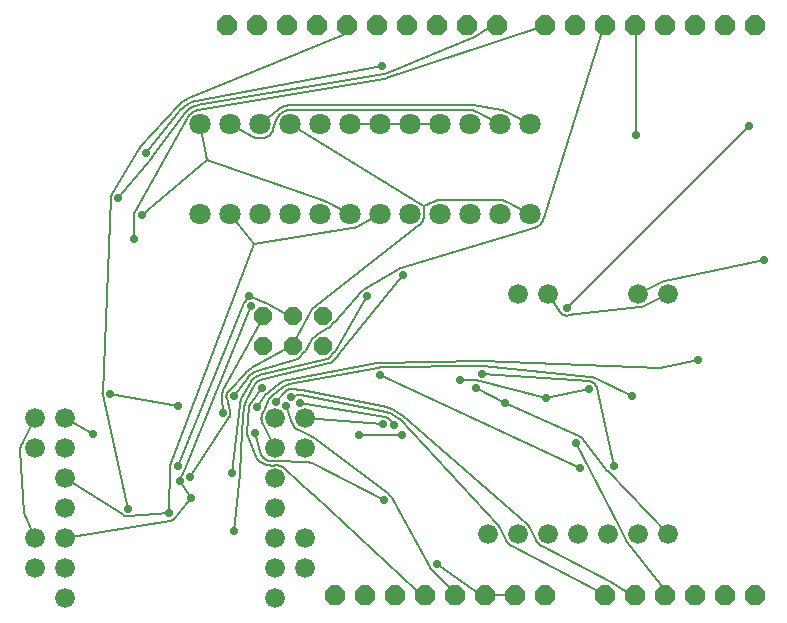
<source format=gbl>
G75*
%MOIN*%
%OFA0B0*%
%FSLAX25Y25*%
%IPPOS*%
%LPD*%
%AMOC8*
5,1,8,0,0,1.08239X$1,22.5*
%
%ADD10OC8,0.06600*%
%ADD11C,0.06600*%
%ADD12OC8,0.05937*%
%ADD13C,0.07087*%
%ADD14C,0.00800*%
%ADD15C,0.02775*%
%ADD16C,0.00600*%
D10*
X0126500Y0015000D03*
X0136500Y0015000D03*
X0146500Y0015000D03*
X0156500Y0015000D03*
X0166500Y0015000D03*
X0176500Y0015000D03*
X0186500Y0015000D03*
X0196500Y0015000D03*
X0216500Y0015000D03*
X0226500Y0015000D03*
X0236500Y0015000D03*
X0246500Y0015000D03*
X0256500Y0015000D03*
X0266500Y0015000D03*
X0266500Y0205000D03*
X0256500Y0205000D03*
X0246500Y0205000D03*
X0236500Y0205000D03*
X0226500Y0205000D03*
X0216500Y0205000D03*
X0206500Y0205000D03*
X0196500Y0205000D03*
X0180500Y0205000D03*
X0170500Y0205000D03*
X0160500Y0205000D03*
X0150500Y0205000D03*
X0140500Y0205000D03*
X0130500Y0205000D03*
X0120500Y0205000D03*
X0110500Y0205000D03*
X0100500Y0205000D03*
X0090500Y0205000D03*
D11*
X0026500Y0024000D03*
X0036500Y0024000D03*
X0036500Y0014000D03*
X0036500Y0034000D03*
X0026500Y0034000D03*
X0036500Y0044000D03*
X0036500Y0054000D03*
X0036500Y0064000D03*
X0026500Y0064000D03*
X0026500Y0074000D03*
X0036500Y0074000D03*
X0106500Y0074000D03*
X0106500Y0064000D03*
X0116500Y0064000D03*
X0116500Y0074000D03*
X0106500Y0054000D03*
X0106500Y0044000D03*
X0106500Y0034000D03*
X0116500Y0034000D03*
X0116500Y0024000D03*
X0106500Y0024000D03*
X0106500Y0014000D03*
X0177500Y0035500D03*
X0187500Y0035500D03*
X0197500Y0035500D03*
X0207500Y0035500D03*
X0217500Y0035500D03*
X0227500Y0035500D03*
X0237500Y0035500D03*
X0237500Y0115500D03*
X0227500Y0115500D03*
X0197500Y0115500D03*
X0187500Y0115500D03*
D12*
X0122500Y0108000D03*
X0112500Y0108000D03*
X0102500Y0108000D03*
X0102500Y0098000D03*
X0112500Y0098000D03*
X0122500Y0098000D03*
D13*
X0121500Y0142000D03*
X0111500Y0142000D03*
X0101500Y0142000D03*
X0091500Y0142000D03*
X0081500Y0142000D03*
X0081500Y0172000D03*
X0091500Y0172000D03*
X0101500Y0172000D03*
X0111500Y0172000D03*
X0121500Y0172000D03*
X0131500Y0172000D03*
X0141500Y0172000D03*
X0151500Y0172000D03*
X0161500Y0172000D03*
X0171500Y0172000D03*
X0181500Y0172000D03*
X0191500Y0172000D03*
X0191500Y0142000D03*
X0181500Y0142000D03*
X0171500Y0142000D03*
X0161500Y0142000D03*
X0151500Y0142000D03*
X0141500Y0142000D03*
X0131500Y0142000D03*
D14*
X0123750Y0146176D01*
X0123067Y0146477D02*
X0083726Y0160241D01*
X0062045Y0141615D01*
X0059795Y0142873D02*
X0059750Y0142790D01*
X0059709Y0142705D01*
X0059671Y0142619D01*
X0059635Y0142532D01*
X0059604Y0142443D01*
X0059575Y0142353D01*
X0059550Y0142262D01*
X0059528Y0142171D01*
X0059509Y0142078D01*
X0059494Y0141985D01*
X0059482Y0141892D01*
X0059474Y0141798D01*
X0059469Y0141704D01*
X0059467Y0141610D01*
X0059485Y0133619D01*
X0059795Y0142872D02*
X0077359Y0174313D01*
X0076378Y0175742D02*
X0065616Y0161010D01*
X0065527Y0160895D02*
X0054354Y0147284D01*
X0052145Y0148614D02*
X0052095Y0148528D01*
X0052049Y0148441D01*
X0052006Y0148351D01*
X0051967Y0148260D01*
X0051931Y0148168D01*
X0051899Y0148074D01*
X0051870Y0147979D01*
X0051846Y0147883D01*
X0051824Y0147786D01*
X0051807Y0147689D01*
X0051793Y0147591D01*
X0051783Y0147492D01*
X0051777Y0147393D01*
X0051778Y0147393D02*
X0049024Y0082359D01*
X0049082Y0081696D02*
X0057421Y0043856D01*
X0057618Y0041286D02*
X0057521Y0041280D01*
X0057424Y0041278D01*
X0057327Y0041280D01*
X0057231Y0041285D01*
X0057134Y0041294D01*
X0057038Y0041307D01*
X0056943Y0041323D01*
X0056848Y0041343D01*
X0056754Y0041366D01*
X0056661Y0041393D01*
X0056569Y0041423D01*
X0056478Y0041457D01*
X0056388Y0041494D01*
X0056300Y0041534D01*
X0056214Y0041578D01*
X0056129Y0041625D01*
X0056046Y0041675D01*
X0036500Y0054000D01*
X0021502Y0063405D02*
X0021520Y0063553D01*
X0021543Y0063700D01*
X0021569Y0063846D01*
X0021600Y0063992D01*
X0021633Y0064136D01*
X0021671Y0064280D01*
X0021712Y0064423D01*
X0021757Y0064565D01*
X0021806Y0064706D01*
X0021858Y0064845D01*
X0021913Y0064983D01*
X0021973Y0065119D01*
X0022035Y0065254D01*
X0022101Y0065387D01*
X0022171Y0065519D01*
X0022244Y0065648D01*
X0022320Y0065776D01*
X0022399Y0065902D01*
X0022482Y0066025D01*
X0022481Y0066025D02*
X0026500Y0074000D01*
X0036500Y0074000D02*
X0045837Y0068851D01*
X0049082Y0081696D02*
X0049063Y0081790D01*
X0049048Y0081884D01*
X0049036Y0081979D01*
X0049028Y0082074D01*
X0049023Y0082169D01*
X0049022Y0082264D01*
X0049024Y0082360D01*
X0051600Y0082250D02*
X0074098Y0078244D01*
X0088749Y0081055D02*
X0089104Y0075728D01*
X0091250Y0074299D02*
X0091303Y0074383D01*
X0091354Y0074470D01*
X0091401Y0074558D01*
X0091445Y0074648D01*
X0091485Y0074740D01*
X0091522Y0074833D01*
X0091554Y0074927D01*
X0091584Y0075023D01*
X0091609Y0075120D01*
X0091631Y0075217D01*
X0091649Y0075316D01*
X0091663Y0075415D01*
X0091673Y0075515D01*
X0091679Y0075614D01*
X0091682Y0075714D01*
X0091681Y0075815D01*
X0091675Y0075914D01*
X0091666Y0076014D01*
X0091653Y0076113D01*
X0091636Y0076212D01*
X0091615Y0076310D01*
X0091591Y0076407D01*
X0090431Y0080653D01*
X0091029Y0083086D02*
X0096715Y0089213D01*
X0097443Y0087583D02*
X0092918Y0081332D01*
X0089263Y0083357D02*
X0089204Y0083246D01*
X0089148Y0083133D01*
X0089096Y0083019D01*
X0089047Y0082903D01*
X0089001Y0082785D01*
X0088959Y0082667D01*
X0088921Y0082547D01*
X0088886Y0082426D01*
X0088855Y0082304D01*
X0088827Y0082181D01*
X0088804Y0082058D01*
X0088784Y0081933D01*
X0088767Y0081809D01*
X0088755Y0081683D01*
X0088746Y0081558D01*
X0088741Y0081432D01*
X0088740Y0081306D01*
X0088743Y0081180D01*
X0088749Y0081055D01*
X0089263Y0083357D02*
X0101270Y0105031D01*
X0101270Y0105431D01*
X0102500Y0108000D01*
X0104295Y0112027D02*
X0104254Y0112047D01*
X0104213Y0112067D01*
X0097776Y0114897D01*
X0096467Y0112800D01*
X0096265Y0112407D02*
X0074203Y0058221D01*
X0071794Y0059139D02*
X0071762Y0059051D01*
X0071734Y0058962D01*
X0071708Y0058871D01*
X0071686Y0058780D01*
X0071668Y0058688D01*
X0071652Y0058596D01*
X0071640Y0058503D01*
X0071632Y0058410D01*
X0071627Y0058316D01*
X0071038Y0042313D01*
X0057618Y0041285D01*
X0071458Y0039769D02*
X0071554Y0039787D01*
X0071649Y0039808D01*
X0071744Y0039833D01*
X0071837Y0039862D01*
X0071929Y0039894D01*
X0072020Y0039929D01*
X0072110Y0039968D01*
X0072198Y0040011D01*
X0072284Y0040056D01*
X0072369Y0040105D01*
X0072452Y0040157D01*
X0072532Y0040212D01*
X0072611Y0040270D01*
X0072687Y0040331D01*
X0072761Y0040395D01*
X0072832Y0040462D01*
X0072901Y0040531D01*
X0072967Y0040603D01*
X0073031Y0040677D01*
X0073030Y0040678D02*
X0078586Y0047445D01*
X0074837Y0053068D01*
X0075672Y0055415D01*
X0075817Y0055747D02*
X0076486Y0057024D01*
X0076591Y0057249D02*
X0098653Y0111435D01*
X0096467Y0112800D02*
X0096421Y0112725D01*
X0096378Y0112647D01*
X0096338Y0112568D01*
X0096300Y0112488D01*
X0096266Y0112407D01*
X0104295Y0112027D02*
X0109531Y0109230D01*
X0109931Y0109230D01*
X0112500Y0108000D01*
X0118469Y0109787D02*
X0113819Y0100922D01*
X0113801Y0100897D01*
X0113518Y0100614D01*
X0112500Y0098000D01*
X0109931Y0096770D01*
X0109531Y0096770D01*
X0098531Y0090639D01*
X0100437Y0089721D02*
X0114080Y0093884D01*
X0114578Y0094183D02*
X0116317Y0095922D01*
X0116524Y0096198D02*
X0118476Y0099802D01*
X0118683Y0100078D02*
X0120422Y0101817D01*
X0120698Y0102024D02*
X0124302Y0103976D01*
X0124578Y0104183D02*
X0126317Y0105922D01*
X0126373Y0105982D02*
X0135393Y0116328D01*
X0136016Y0116848D02*
X0147872Y0123913D01*
X0148452Y0124168D02*
X0192860Y0137456D01*
X0196030Y0140592D02*
X0215037Y0201730D01*
X0215062Y0201771D02*
X0215344Y0202054D01*
X0216500Y0205000D01*
X0215061Y0201771D02*
X0215051Y0201759D01*
X0215042Y0201745D01*
X0215036Y0201730D01*
X0226906Y0201700D02*
X0226906Y0168282D01*
X0191500Y0172000D02*
X0183750Y0176176D01*
X0182259Y0176682D02*
X0172515Y0178261D01*
X0171500Y0178343D02*
X0111500Y0178343D01*
X0111500Y0176743D02*
X0171500Y0176743D01*
X0173750Y0176176D02*
X0181500Y0172000D01*
X0183749Y0176175D02*
X0183633Y0176236D01*
X0183514Y0176294D01*
X0183394Y0176348D01*
X0183272Y0176399D01*
X0183149Y0176447D01*
X0183025Y0176491D01*
X0182900Y0176531D01*
X0182773Y0176569D01*
X0182646Y0176602D01*
X0182518Y0176632D01*
X0182388Y0176659D01*
X0182259Y0176682D01*
X0173750Y0176175D02*
X0173635Y0176236D01*
X0173518Y0176293D01*
X0173399Y0176346D01*
X0173279Y0176397D01*
X0173157Y0176444D01*
X0173035Y0176488D01*
X0172911Y0176528D01*
X0172786Y0176565D01*
X0172660Y0176599D01*
X0172534Y0176629D01*
X0172406Y0176656D01*
X0172278Y0176679D01*
X0172149Y0176698D01*
X0172020Y0176714D01*
X0171890Y0176727D01*
X0171761Y0176736D01*
X0171630Y0176741D01*
X0171500Y0176743D01*
X0171500Y0178343D02*
X0171646Y0178341D01*
X0171791Y0178336D01*
X0171937Y0178328D01*
X0172082Y0178316D01*
X0172226Y0178301D01*
X0172371Y0178283D01*
X0172515Y0178261D01*
X0161500Y0172000D02*
X0151500Y0172000D01*
X0141500Y0172000D01*
X0131500Y0172000D01*
X0142996Y0187173D02*
X0080712Y0176678D01*
X0080446Y0178255D02*
X0142731Y0188750D01*
X0143265Y0188901D02*
X0172315Y0200587D01*
X0172505Y0200684D02*
X0177200Y0203633D01*
X0177600Y0203633D01*
X0180500Y0205000D01*
X0172505Y0200684D02*
X0172459Y0200657D01*
X0172412Y0200632D01*
X0172364Y0200608D01*
X0172315Y0200587D01*
X0193200Y0203633D02*
X0193600Y0203633D01*
X0196500Y0205000D01*
X0193200Y0203633D02*
X0143607Y0187324D01*
X0143608Y0187324D02*
X0143487Y0187286D01*
X0143366Y0187252D01*
X0143244Y0187222D01*
X0143121Y0187196D01*
X0142997Y0187173D01*
X0142731Y0188751D02*
X0142822Y0188768D01*
X0142912Y0188788D01*
X0143002Y0188812D01*
X0143091Y0188838D01*
X0143178Y0188868D01*
X0143265Y0188901D01*
X0142302Y0191293D02*
X0080059Y0179811D01*
X0077902Y0180839D02*
X0129100Y0201678D01*
X0129133Y0201700D02*
X0129133Y0202100D01*
X0130500Y0205000D01*
X0129133Y0201700D02*
X0129123Y0201691D01*
X0129112Y0201683D01*
X0129100Y0201678D01*
X0107476Y0176904D02*
X0101500Y0172000D01*
X0099250Y0167825D02*
X0099370Y0167762D01*
X0099492Y0167703D01*
X0099616Y0167647D01*
X0099741Y0167595D01*
X0099868Y0167547D01*
X0099996Y0167502D01*
X0100125Y0167461D01*
X0100255Y0167423D01*
X0100386Y0167390D01*
X0100518Y0167360D01*
X0100651Y0167334D01*
X0100785Y0167311D01*
X0100919Y0167293D01*
X0101054Y0167278D01*
X0101189Y0167267D01*
X0101325Y0167260D01*
X0101460Y0167257D01*
X0101596Y0167258D01*
X0101731Y0167263D01*
X0101866Y0167271D01*
X0102001Y0167284D01*
X0102136Y0167300D01*
X0102270Y0167320D01*
X0102403Y0167344D01*
X0102536Y0167372D01*
X0102668Y0167403D01*
X0102799Y0167438D01*
X0102928Y0167477D01*
X0103057Y0167520D01*
X0103184Y0167566D01*
X0103310Y0167616D01*
X0103435Y0167670D01*
X0103558Y0167727D01*
X0103679Y0167787D01*
X0103799Y0167851D01*
X0103916Y0167919D01*
X0104032Y0167989D01*
X0104145Y0168063D01*
X0104257Y0168140D01*
X0104366Y0168221D01*
X0104473Y0168304D01*
X0104577Y0168391D01*
X0104679Y0168480D01*
X0104778Y0168572D01*
X0104875Y0168667D01*
X0104969Y0168765D01*
X0105060Y0168866D01*
X0105148Y0168969D01*
X0105233Y0169074D01*
X0105315Y0169182D01*
X0105394Y0169292D01*
X0105470Y0169405D01*
X0105542Y0169519D01*
X0105612Y0169636D01*
X0105677Y0169754D01*
X0105740Y0169874D01*
X0105799Y0169996D01*
X0105854Y0170120D01*
X0105906Y0170245D01*
X0105955Y0170372D01*
X0105999Y0170500D01*
X0106000Y0170500D02*
X0107000Y0173500D01*
X0107477Y0176904D02*
X0107598Y0177001D01*
X0107722Y0177095D01*
X0107848Y0177186D01*
X0107977Y0177274D01*
X0108107Y0177359D01*
X0108240Y0177441D01*
X0108374Y0177519D01*
X0108510Y0177594D01*
X0108649Y0177666D01*
X0108788Y0177734D01*
X0108930Y0177799D01*
X0109073Y0177860D01*
X0109218Y0177918D01*
X0109364Y0177972D01*
X0109511Y0178023D01*
X0109659Y0178070D01*
X0109809Y0178113D01*
X0109959Y0178153D01*
X0110111Y0178189D01*
X0110263Y0178221D01*
X0110416Y0178250D01*
X0110570Y0178274D01*
X0110724Y0178295D01*
X0110878Y0178312D01*
X0111034Y0178326D01*
X0111189Y0178335D01*
X0111344Y0178341D01*
X0111500Y0178343D01*
X0111500Y0172000D02*
X0153973Y0146048D01*
X0153991Y0146036D01*
X0156322Y0144598D01*
X0156241Y0141861D01*
X0156322Y0144598D02*
X0159250Y0146176D01*
X0161500Y0146743D02*
X0181500Y0146743D01*
X0183750Y0146176D02*
X0191500Y0142000D01*
X0196029Y0140592D02*
X0195987Y0140462D01*
X0195941Y0140333D01*
X0195891Y0140206D01*
X0195837Y0140081D01*
X0195780Y0139957D01*
X0195720Y0139834D01*
X0195656Y0139714D01*
X0195588Y0139595D01*
X0195517Y0139479D01*
X0195443Y0139364D01*
X0195366Y0139252D01*
X0195285Y0139141D01*
X0195201Y0139034D01*
X0195114Y0138928D01*
X0195024Y0138826D01*
X0194931Y0138726D01*
X0194836Y0138628D01*
X0194737Y0138534D01*
X0194636Y0138442D01*
X0194533Y0138353D01*
X0194426Y0138267D01*
X0194318Y0138185D01*
X0194207Y0138105D01*
X0194094Y0138029D01*
X0193978Y0137956D01*
X0193861Y0137886D01*
X0193741Y0137820D01*
X0193620Y0137757D01*
X0193497Y0137698D01*
X0193373Y0137642D01*
X0193246Y0137590D01*
X0193119Y0137542D01*
X0192990Y0137497D01*
X0192860Y0137456D01*
X0183750Y0146175D02*
X0183635Y0146236D01*
X0183518Y0146293D01*
X0183399Y0146346D01*
X0183279Y0146397D01*
X0183157Y0146444D01*
X0183035Y0146488D01*
X0182911Y0146528D01*
X0182786Y0146565D01*
X0182660Y0146599D01*
X0182534Y0146629D01*
X0182406Y0146656D01*
X0182278Y0146679D01*
X0182149Y0146698D01*
X0182020Y0146714D01*
X0181890Y0146727D01*
X0181761Y0146736D01*
X0181630Y0146741D01*
X0181500Y0146743D01*
X0161500Y0146743D02*
X0161370Y0146741D01*
X0161240Y0146736D01*
X0161110Y0146727D01*
X0160980Y0146714D01*
X0160851Y0146698D01*
X0160722Y0146679D01*
X0160594Y0146656D01*
X0160467Y0146629D01*
X0160340Y0146599D01*
X0160214Y0146565D01*
X0160090Y0146528D01*
X0159966Y0146488D01*
X0159843Y0146444D01*
X0159722Y0146397D01*
X0159602Y0146347D01*
X0159483Y0146293D01*
X0159366Y0146236D01*
X0159251Y0146176D01*
X0156241Y0141860D02*
X0156235Y0141726D01*
X0156225Y0141591D01*
X0156212Y0141457D01*
X0156195Y0141324D01*
X0156173Y0141191D01*
X0156149Y0141058D01*
X0156120Y0140927D01*
X0156088Y0140796D01*
X0156052Y0140666D01*
X0156012Y0140537D01*
X0155969Y0140410D01*
X0155922Y0140284D01*
X0155871Y0140159D01*
X0155817Y0140035D01*
X0155759Y0139914D01*
X0155698Y0139793D01*
X0155634Y0139675D01*
X0155566Y0139559D01*
X0155495Y0139444D01*
X0155421Y0139332D01*
X0155344Y0139221D01*
X0155263Y0139113D01*
X0155180Y0139008D01*
X0155093Y0138904D01*
X0155004Y0138803D01*
X0154912Y0138705D01*
X0154817Y0138610D01*
X0154719Y0138517D01*
X0154619Y0138427D01*
X0154516Y0138340D01*
X0154411Y0138255D01*
X0154411Y0138256D02*
X0120534Y0111916D01*
X0120422Y0111817D02*
X0118683Y0110078D01*
X0118641Y0110034D01*
X0118602Y0109988D01*
X0118565Y0109940D01*
X0118530Y0109891D01*
X0118498Y0109840D01*
X0118469Y0109787D01*
X0120422Y0111817D02*
X0120458Y0111851D01*
X0120495Y0111884D01*
X0120534Y0111916D01*
X0126373Y0105982D02*
X0126346Y0105952D01*
X0126317Y0105922D01*
X0124577Y0104183D02*
X0124536Y0104143D01*
X0124492Y0104106D01*
X0124447Y0104070D01*
X0124400Y0104037D01*
X0124351Y0104005D01*
X0124301Y0103977D01*
X0120699Y0102023D02*
X0120649Y0101995D01*
X0120600Y0101963D01*
X0120553Y0101930D01*
X0120508Y0101894D01*
X0120464Y0101857D01*
X0120423Y0101817D01*
X0118683Y0100078D02*
X0118643Y0100037D01*
X0118606Y0099993D01*
X0118570Y0099948D01*
X0118537Y0099901D01*
X0118505Y0099852D01*
X0118477Y0099802D01*
X0116523Y0096198D02*
X0116495Y0096148D01*
X0116463Y0096099D01*
X0116430Y0096052D01*
X0116394Y0096007D01*
X0116357Y0095963D01*
X0116317Y0095922D01*
X0114578Y0094183D02*
X0114530Y0094138D01*
X0114481Y0094096D01*
X0114429Y0094056D01*
X0114375Y0094020D01*
X0114319Y0093986D01*
X0114261Y0093955D01*
X0114202Y0093928D01*
X0114141Y0093904D01*
X0114080Y0093883D01*
X0110794Y0086889D02*
X0140627Y0092456D01*
X0141325Y0092527D02*
X0175399Y0093089D01*
X0175461Y0093089D02*
X0234935Y0090630D01*
X0247516Y0093265D01*
X0237500Y0115500D02*
X0229525Y0111481D01*
X0228018Y0111030D02*
X0204056Y0108254D01*
X0203759Y0110815D02*
X0264477Y0171450D01*
X0226906Y0201700D02*
X0226906Y0202100D01*
X0226500Y0205000D01*
X0141500Y0142000D02*
X0133750Y0137824D01*
X0132253Y0137317D02*
X0099588Y0132064D01*
X0091500Y0142000D01*
X0099588Y0132064D02*
X0071794Y0059139D01*
X0076487Y0057024D02*
X0076524Y0057098D01*
X0076559Y0057173D01*
X0076592Y0057249D01*
X0078100Y0054550D02*
X0091250Y0074299D01*
X0094692Y0078257D02*
X0092215Y0055720D01*
X0094788Y0055573D02*
X0094785Y0055517D01*
X0094780Y0055460D01*
X0092843Y0036353D01*
X0071457Y0039770D02*
X0036500Y0034000D01*
X0026500Y0034000D02*
X0022695Y0042472D01*
X0075671Y0055415D02*
X0075703Y0055500D01*
X0075738Y0055584D01*
X0075776Y0055667D01*
X0075817Y0055748D01*
X0094789Y0055573D02*
X0095577Y0069384D01*
X0095584Y0069483D02*
X0096271Y0077963D01*
X0097866Y0077834D02*
X0097179Y0069354D01*
X0097178Y0069354D02*
X0097172Y0069253D01*
X0097170Y0069153D01*
X0097172Y0069052D01*
X0097177Y0068952D01*
X0097187Y0068852D01*
X0097200Y0068752D01*
X0097217Y0068653D01*
X0097239Y0068555D01*
X0097264Y0068458D01*
X0097292Y0068362D01*
X0097325Y0068266D01*
X0097361Y0068173D01*
X0097401Y0068080D01*
X0097444Y0067990D01*
X0097491Y0067901D01*
X0097541Y0067814D01*
X0095577Y0069384D02*
X0095584Y0069483D01*
X0102485Y0071980D02*
X0106500Y0064000D01*
X0114539Y0069950D02*
X0118461Y0068050D01*
X0119194Y0067604D02*
X0144360Y0048795D01*
X0145072Y0047979D02*
X0158178Y0024306D01*
X0158611Y0023731D02*
X0164587Y0017754D01*
X0164870Y0017472D01*
X0166500Y0015000D01*
X0173200Y0016367D02*
X0160433Y0025554D01*
X0158178Y0024305D02*
X0158223Y0024227D01*
X0158271Y0024151D01*
X0158321Y0024076D01*
X0158374Y0024003D01*
X0158430Y0023932D01*
X0158488Y0023863D01*
X0158548Y0023796D01*
X0158611Y0023731D01*
X0153630Y0016796D02*
X0153912Y0016514D01*
X0156500Y0015000D01*
X0173200Y0016367D02*
X0173600Y0016367D01*
X0176500Y0015000D01*
X0186500Y0015000D01*
X0185419Y0031510D02*
X0213630Y0016796D01*
X0213912Y0016514D01*
X0216500Y0015000D01*
X0218505Y0019316D02*
X0218467Y0019339D01*
X0218427Y0019361D01*
X0195399Y0031521D01*
X0193450Y0033539D02*
X0191550Y0037461D01*
X0190453Y0038896D02*
X0148946Y0074993D01*
X0148242Y0075487D02*
X0145470Y0077036D01*
X0144689Y0075639D02*
X0147462Y0074091D01*
X0148089Y0073599D02*
X0180789Y0038571D01*
X0181550Y0037461D02*
X0183450Y0033539D01*
X0190453Y0038896D02*
X0190550Y0038810D01*
X0190644Y0038720D01*
X0190736Y0038628D01*
X0190825Y0038533D01*
X0190911Y0038436D01*
X0190994Y0038337D01*
X0191075Y0038235D01*
X0191152Y0038130D01*
X0191226Y0038024D01*
X0191297Y0037915D01*
X0191366Y0037805D01*
X0191430Y0037692D01*
X0191492Y0037578D01*
X0191550Y0037462D01*
X0185419Y0031510D02*
X0185304Y0031572D01*
X0185191Y0031638D01*
X0185080Y0031706D01*
X0184970Y0031778D01*
X0184863Y0031853D01*
X0184759Y0031931D01*
X0184656Y0032013D01*
X0184556Y0032097D01*
X0184458Y0032184D01*
X0184363Y0032273D01*
X0184271Y0032366D01*
X0184181Y0032461D01*
X0184095Y0032558D01*
X0184011Y0032659D01*
X0183929Y0032761D01*
X0183851Y0032866D01*
X0183777Y0032973D01*
X0183705Y0033082D01*
X0183636Y0033193D01*
X0183571Y0033307D01*
X0183509Y0033422D01*
X0183450Y0033538D01*
X0181550Y0037461D02*
X0181495Y0037571D01*
X0181437Y0037679D01*
X0181376Y0037786D01*
X0181312Y0037891D01*
X0181246Y0037994D01*
X0181176Y0038095D01*
X0181104Y0038194D01*
X0181029Y0038292D01*
X0180952Y0038387D01*
X0180872Y0038480D01*
X0180789Y0038571D01*
X0193450Y0033538D02*
X0193508Y0033422D01*
X0193570Y0033308D01*
X0193635Y0033196D01*
X0193703Y0033086D01*
X0193774Y0032977D01*
X0193848Y0032871D01*
X0193925Y0032767D01*
X0194005Y0032665D01*
X0194089Y0032565D01*
X0194175Y0032468D01*
X0194263Y0032374D01*
X0194355Y0032282D01*
X0194449Y0032193D01*
X0194545Y0032106D01*
X0194644Y0032022D01*
X0194746Y0031941D01*
X0194849Y0031864D01*
X0194955Y0031789D01*
X0195063Y0031717D01*
X0195173Y0031648D01*
X0195285Y0031583D01*
X0195399Y0031521D01*
X0221493Y0037575D02*
X0221550Y0037462D01*
X0221550Y0037461D02*
X0223450Y0033539D01*
X0223943Y0032744D02*
X0235133Y0018300D01*
X0235133Y0017900D01*
X0236500Y0015000D01*
X0226500Y0015000D02*
X0223600Y0016367D01*
X0223200Y0016367D01*
X0218505Y0019316D01*
X0223942Y0032744D02*
X0223862Y0032851D01*
X0223785Y0032960D01*
X0223711Y0033071D01*
X0223640Y0033185D01*
X0223573Y0033301D01*
X0223510Y0033419D01*
X0223450Y0033538D01*
X0221493Y0037575D02*
X0206869Y0065722D01*
X0208901Y0067309D02*
X0208840Y0067383D01*
X0208777Y0067456D01*
X0208711Y0067526D01*
X0208642Y0067594D01*
X0208571Y0067658D01*
X0208497Y0067721D01*
X0208422Y0067780D01*
X0208344Y0067837D01*
X0208264Y0067890D01*
X0208182Y0067941D01*
X0208098Y0067988D01*
X0208012Y0068033D01*
X0207925Y0068074D01*
X0207925Y0068073D02*
X0183078Y0079232D01*
X0173652Y0084086D01*
X0174560Y0086499D02*
X0174472Y0086530D01*
X0174383Y0086558D01*
X0174293Y0086583D01*
X0174202Y0086605D01*
X0174110Y0086623D01*
X0174018Y0086638D01*
X0173925Y0086650D01*
X0173832Y0086658D01*
X0173738Y0086663D01*
X0168152Y0086850D01*
X0174818Y0086417D02*
X0197012Y0080631D01*
X0211263Y0083710D01*
X0213057Y0087483D02*
X0212948Y0087533D01*
X0212838Y0087580D01*
X0212727Y0087623D01*
X0212614Y0087664D01*
X0212500Y0087701D01*
X0212385Y0087734D01*
X0212270Y0087765D01*
X0212153Y0087792D01*
X0212036Y0087816D01*
X0211918Y0087836D01*
X0211800Y0087853D01*
X0211681Y0087867D01*
X0175726Y0091476D01*
X0175426Y0091489D02*
X0141351Y0090927D01*
X0140921Y0090883D02*
X0111087Y0085317D01*
X0112163Y0083769D02*
X0115312Y0083389D01*
X0115638Y0083336D02*
X0143794Y0077656D01*
X0143478Y0076087D02*
X0115321Y0081768D01*
X0114237Y0081754D02*
X0111854Y0081209D01*
X0112163Y0083768D02*
X0112065Y0083778D01*
X0111968Y0083784D01*
X0111870Y0083787D01*
X0111772Y0083786D01*
X0111674Y0083781D01*
X0111577Y0083772D01*
X0111480Y0083760D01*
X0111384Y0083744D01*
X0111288Y0083724D01*
X0111193Y0083701D01*
X0111099Y0083674D01*
X0111006Y0083643D01*
X0110914Y0083610D01*
X0110824Y0083572D01*
X0110735Y0083531D01*
X0110647Y0083487D01*
X0110562Y0083440D01*
X0110478Y0083389D01*
X0110396Y0083335D01*
X0110317Y0083279D01*
X0110239Y0083219D01*
X0110164Y0083156D01*
X0110092Y0083091D01*
X0110022Y0083022D01*
X0109954Y0082952D01*
X0109889Y0082878D01*
X0109889Y0082879D02*
X0106979Y0079454D01*
X0105399Y0081491D02*
X0105326Y0081432D01*
X0105255Y0081371D01*
X0105186Y0081307D01*
X0105120Y0081240D01*
X0105056Y0081171D01*
X0104995Y0081100D01*
X0104937Y0081027D01*
X0104881Y0080952D01*
X0104828Y0080875D01*
X0104777Y0080795D01*
X0104730Y0080714D01*
X0104686Y0080632D01*
X0104644Y0080548D01*
X0104645Y0080547D02*
X0102765Y0076534D01*
X0102643Y0076306D02*
X0102643Y0076306D01*
X0097865Y0077834D02*
X0097875Y0077930D01*
X0097888Y0078026D01*
X0097905Y0078120D01*
X0097925Y0078215D01*
X0097949Y0078308D01*
X0097976Y0078400D01*
X0098007Y0078492D01*
X0098041Y0078582D01*
X0098078Y0078671D01*
X0098119Y0078758D01*
X0098163Y0078844D01*
X0098210Y0078928D01*
X0098260Y0079010D01*
X0098313Y0079090D01*
X0098369Y0079168D01*
X0098370Y0079168D02*
X0102123Y0084194D01*
X0098436Y0086159D02*
X0098497Y0086269D01*
X0098561Y0086377D01*
X0098628Y0086483D01*
X0098698Y0086587D01*
X0098771Y0086688D01*
X0098848Y0086788D01*
X0098927Y0086885D01*
X0099009Y0086980D01*
X0099094Y0087072D01*
X0099182Y0087162D01*
X0099272Y0087249D01*
X0099365Y0087333D01*
X0099461Y0087414D01*
X0099559Y0087493D01*
X0099659Y0087568D01*
X0099761Y0087640D01*
X0099866Y0087710D01*
X0099972Y0087776D01*
X0100081Y0087839D01*
X0100191Y0087899D01*
X0100303Y0087955D01*
X0100417Y0088008D01*
X0100532Y0088057D01*
X0100649Y0088103D01*
X0100767Y0088146D01*
X0100886Y0088185D01*
X0101007Y0088220D01*
X0101128Y0088252D01*
X0124015Y0093866D01*
X0124578Y0094183D02*
X0126317Y0095922D01*
X0126504Y0096163D02*
X0137336Y0114633D01*
X0136017Y0116848D02*
X0135940Y0116800D01*
X0135864Y0116750D01*
X0135791Y0116697D01*
X0135719Y0116641D01*
X0135650Y0116583D01*
X0135582Y0116522D01*
X0135517Y0116460D01*
X0135454Y0116395D01*
X0135393Y0116327D01*
X0147872Y0123913D02*
X0147950Y0123958D01*
X0148031Y0124000D01*
X0148113Y0124040D01*
X0148196Y0124076D01*
X0148280Y0124110D01*
X0148366Y0124140D01*
X0148452Y0124168D01*
X0149191Y0121698D02*
X0127647Y0095012D01*
X0127448Y0094791D02*
X0125709Y0093052D01*
X0124396Y0092312D02*
X0101509Y0086698D01*
X0099848Y0085407D02*
X0096748Y0079591D01*
X0095336Y0080343D02*
X0098436Y0086159D01*
X0099848Y0085407D02*
X0099896Y0085493D01*
X0099947Y0085577D01*
X0100002Y0085659D01*
X0100059Y0085739D01*
X0100120Y0085817D01*
X0100183Y0085892D01*
X0100250Y0085965D01*
X0100319Y0086035D01*
X0100390Y0086103D01*
X0100464Y0086168D01*
X0100541Y0086230D01*
X0100620Y0086288D01*
X0100701Y0086344D01*
X0100784Y0086397D01*
X0100869Y0086447D01*
X0100956Y0086493D01*
X0101045Y0086536D01*
X0101135Y0086575D01*
X0101227Y0086611D01*
X0101320Y0086644D01*
X0101414Y0086673D01*
X0101509Y0086698D01*
X0098531Y0090639D02*
X0098376Y0090551D01*
X0098224Y0090458D01*
X0098073Y0090362D01*
X0097926Y0090263D01*
X0097780Y0090159D01*
X0097637Y0090053D01*
X0097497Y0089943D01*
X0097359Y0089829D01*
X0097225Y0089712D01*
X0097093Y0089592D01*
X0096964Y0089469D01*
X0096838Y0089343D01*
X0096715Y0089214D01*
X0097443Y0087582D02*
X0097532Y0087702D01*
X0097625Y0087820D01*
X0097720Y0087936D01*
X0097819Y0088049D01*
X0097920Y0088159D01*
X0098024Y0088266D01*
X0098131Y0088371D01*
X0098241Y0088473D01*
X0098353Y0088573D01*
X0098468Y0088669D01*
X0098585Y0088762D01*
X0098704Y0088852D01*
X0098826Y0088939D01*
X0098950Y0089023D01*
X0099077Y0089104D01*
X0099205Y0089181D01*
X0099335Y0089255D01*
X0099467Y0089326D01*
X0099601Y0089393D01*
X0099737Y0089456D01*
X0099874Y0089516D01*
X0100013Y0089573D01*
X0100153Y0089626D01*
X0100294Y0089675D01*
X0100437Y0089721D01*
X0104419Y0082755D02*
X0108313Y0085775D01*
X0109293Y0084511D02*
X0105399Y0081491D01*
X0103619Y0081935D02*
X0100435Y0077626D01*
X0096272Y0077963D02*
X0096283Y0078085D01*
X0096298Y0078206D01*
X0096317Y0078326D01*
X0096339Y0078446D01*
X0096365Y0078565D01*
X0096394Y0078684D01*
X0096427Y0078801D01*
X0096463Y0078918D01*
X0096502Y0079033D01*
X0096545Y0079148D01*
X0096591Y0079261D01*
X0096640Y0079372D01*
X0096693Y0079482D01*
X0096749Y0079591D01*
X0102643Y0076306D02*
X0102686Y0076381D01*
X0102726Y0076457D01*
X0102764Y0076534D01*
X0094693Y0078257D02*
X0094710Y0078402D01*
X0094732Y0078547D01*
X0094757Y0078691D01*
X0094786Y0078835D01*
X0094818Y0078978D01*
X0094854Y0079119D01*
X0094894Y0079260D01*
X0094937Y0079400D01*
X0094984Y0079539D01*
X0095034Y0079677D01*
X0095088Y0079813D01*
X0095145Y0079948D01*
X0095206Y0080081D01*
X0095269Y0080213D01*
X0095337Y0080343D01*
X0090431Y0080653D02*
X0090406Y0080751D01*
X0090386Y0080849D01*
X0090369Y0080948D01*
X0090356Y0081048D01*
X0090347Y0081148D01*
X0090341Y0081249D01*
X0090340Y0081349D01*
X0090343Y0081450D01*
X0090349Y0081550D01*
X0090360Y0081650D01*
X0090374Y0081750D01*
X0090392Y0081849D01*
X0090414Y0081947D01*
X0090440Y0082044D01*
X0090470Y0082140D01*
X0090503Y0082235D01*
X0090541Y0082329D01*
X0090581Y0082421D01*
X0090625Y0082511D01*
X0090673Y0082600D01*
X0090724Y0082686D01*
X0090779Y0082771D01*
X0090837Y0082853D01*
X0090898Y0082933D01*
X0090962Y0083011D01*
X0091029Y0083086D01*
X0103618Y0081936D02*
X0103696Y0082037D01*
X0103776Y0082136D01*
X0103859Y0082233D01*
X0103946Y0082327D01*
X0104035Y0082419D01*
X0104127Y0082507D01*
X0104221Y0082593D01*
X0104319Y0082676D01*
X0104418Y0082755D01*
X0110236Y0078001D02*
X0112276Y0072448D01*
X0112324Y0072324D01*
X0112375Y0072202D01*
X0112430Y0072081D01*
X0112488Y0071961D01*
X0112550Y0071844D01*
X0112616Y0071728D01*
X0112684Y0071615D01*
X0112756Y0071503D01*
X0112832Y0071393D01*
X0112910Y0071286D01*
X0112992Y0071181D01*
X0113077Y0071079D01*
X0113164Y0070979D01*
X0113255Y0070882D01*
X0113349Y0070788D01*
X0113445Y0070696D01*
X0113544Y0070607D01*
X0113645Y0070522D01*
X0113749Y0070439D01*
X0113855Y0070359D01*
X0113964Y0070283D01*
X0114075Y0070209D01*
X0114188Y0070139D01*
X0114303Y0070073D01*
X0114420Y0070010D01*
X0114539Y0069950D01*
X0116500Y0074000D02*
X0142652Y0071992D01*
X0144595Y0073686D02*
X0144529Y0073759D01*
X0144460Y0073830D01*
X0144388Y0073898D01*
X0144314Y0073963D01*
X0144238Y0074025D01*
X0144159Y0074084D01*
X0144078Y0074140D01*
X0143994Y0074193D01*
X0143909Y0074243D01*
X0143822Y0074289D01*
X0143733Y0074332D01*
X0143643Y0074372D01*
X0143551Y0074408D01*
X0143458Y0074441D01*
X0143364Y0074470D01*
X0143269Y0074495D01*
X0143172Y0074517D01*
X0143075Y0074535D01*
X0114811Y0079241D01*
X0115321Y0081768D02*
X0115223Y0081786D01*
X0115125Y0081800D01*
X0115026Y0081810D01*
X0114927Y0081816D01*
X0114828Y0081819D01*
X0114729Y0081818D01*
X0114629Y0081813D01*
X0114531Y0081804D01*
X0114432Y0081791D01*
X0114334Y0081774D01*
X0114237Y0081754D01*
X0110794Y0086889D02*
X0110652Y0086861D01*
X0110511Y0086829D01*
X0110371Y0086794D01*
X0110232Y0086755D01*
X0110094Y0086712D01*
X0109957Y0086667D01*
X0109821Y0086618D01*
X0109686Y0086565D01*
X0109553Y0086509D01*
X0109421Y0086450D01*
X0109291Y0086387D01*
X0109162Y0086322D01*
X0109035Y0086253D01*
X0108910Y0086181D01*
X0108787Y0086106D01*
X0108665Y0086027D01*
X0108546Y0085946D01*
X0108428Y0085862D01*
X0108313Y0085775D01*
X0109294Y0084511D02*
X0109393Y0084585D01*
X0109494Y0084657D01*
X0109598Y0084725D01*
X0109703Y0084791D01*
X0109810Y0084853D01*
X0109919Y0084912D01*
X0110030Y0084968D01*
X0110143Y0085020D01*
X0110257Y0085070D01*
X0110372Y0085115D01*
X0110489Y0085158D01*
X0110606Y0085196D01*
X0110725Y0085232D01*
X0110845Y0085263D01*
X0110966Y0085292D01*
X0111088Y0085316D01*
X0115312Y0083389D02*
X0115421Y0083375D01*
X0115530Y0083357D01*
X0115638Y0083337D01*
X0102643Y0076306D02*
X0102576Y0076191D01*
X0102513Y0076074D01*
X0102454Y0075955D01*
X0102398Y0075835D01*
X0102345Y0075713D01*
X0102296Y0075589D01*
X0102251Y0075464D01*
X0102210Y0075338D01*
X0102172Y0075211D01*
X0102138Y0075082D01*
X0102108Y0074953D01*
X0102082Y0074823D01*
X0102060Y0074692D01*
X0102041Y0074560D01*
X0102026Y0074428D01*
X0102016Y0074296D01*
X0102009Y0074163D01*
X0102006Y0074030D01*
X0102007Y0073897D01*
X0102012Y0073765D01*
X0102021Y0073632D01*
X0102034Y0073500D01*
X0102051Y0073368D01*
X0102071Y0073237D01*
X0102096Y0073106D01*
X0102124Y0072977D01*
X0102156Y0072848D01*
X0102192Y0072720D01*
X0102232Y0072593D01*
X0102275Y0072468D01*
X0102322Y0072344D01*
X0102373Y0072221D01*
X0102428Y0072100D01*
X0102486Y0071980D01*
X0118462Y0068050D02*
X0118571Y0067995D01*
X0118679Y0067937D01*
X0118786Y0067876D01*
X0118891Y0067812D01*
X0118994Y0067746D01*
X0119095Y0067676D01*
X0119194Y0067604D01*
X0134404Y0068417D02*
X0148952Y0068416D01*
X0148946Y0074993D02*
X0148852Y0075072D01*
X0148756Y0075149D01*
X0148657Y0075223D01*
X0148556Y0075294D01*
X0148453Y0075361D01*
X0148349Y0075426D01*
X0148242Y0075488D01*
X0144595Y0073686D02*
X0146205Y0071840D01*
X0148089Y0073599D02*
X0148020Y0073671D01*
X0147947Y0073740D01*
X0147872Y0073806D01*
X0147795Y0073869D01*
X0147715Y0073930D01*
X0147633Y0073986D01*
X0147548Y0074040D01*
X0147462Y0074091D01*
X0144690Y0075639D02*
X0144586Y0075695D01*
X0144481Y0075748D01*
X0144374Y0075799D01*
X0144266Y0075846D01*
X0144157Y0075890D01*
X0144046Y0075930D01*
X0143935Y0075968D01*
X0143822Y0076003D01*
X0143708Y0076034D01*
X0143594Y0076062D01*
X0143479Y0076087D01*
X0143795Y0077656D02*
X0143941Y0077624D01*
X0144086Y0077589D01*
X0144231Y0077550D01*
X0144374Y0077508D01*
X0144516Y0077461D01*
X0144657Y0077411D01*
X0144796Y0077357D01*
X0144934Y0077300D01*
X0145071Y0077239D01*
X0145206Y0077175D01*
X0145339Y0077107D01*
X0145470Y0077036D01*
X0141324Y0092526D02*
X0141207Y0092523D01*
X0141091Y0092516D01*
X0140974Y0092506D01*
X0140858Y0092492D01*
X0140742Y0092476D01*
X0140627Y0092456D01*
X0140921Y0090883D02*
X0141006Y0090898D01*
X0141092Y0090909D01*
X0141178Y0090918D01*
X0141264Y0090924D01*
X0141351Y0090927D01*
X0141394Y0088349D02*
X0208129Y0057361D01*
X0217345Y0056493D02*
X0208901Y0067308D01*
X0217345Y0056492D02*
X0217400Y0056424D01*
X0217458Y0056357D01*
X0217518Y0056293D01*
X0217519Y0056293D02*
X0237500Y0035500D01*
X0219377Y0058079D02*
X0213784Y0084248D01*
X0213761Y0084346D01*
X0213735Y0084443D01*
X0213704Y0084539D01*
X0213670Y0084634D01*
X0213632Y0084727D01*
X0213591Y0084818D01*
X0213546Y0084908D01*
X0213497Y0084996D01*
X0213445Y0085083D01*
X0213390Y0085167D01*
X0213332Y0085249D01*
X0213270Y0085328D01*
X0213205Y0085405D01*
X0213138Y0085480D01*
X0213067Y0085551D01*
X0212994Y0085620D01*
X0212918Y0085686D01*
X0212840Y0085749D01*
X0212759Y0085809D01*
X0212676Y0085866D01*
X0212591Y0085920D01*
X0212504Y0085970D01*
X0212415Y0086016D01*
X0212324Y0086060D01*
X0212231Y0086099D01*
X0212137Y0086135D01*
X0212042Y0086167D01*
X0211946Y0086196D01*
X0211848Y0086221D01*
X0211750Y0086242D01*
X0211651Y0086259D01*
X0211551Y0086272D01*
X0211451Y0086281D01*
X0175468Y0088911D01*
X0174560Y0086498D02*
X0174645Y0086468D01*
X0174731Y0086441D01*
X0174818Y0086416D01*
X0175399Y0093089D02*
X0175461Y0093089D01*
X0175426Y0091489D02*
X0175526Y0091488D01*
X0175626Y0091484D01*
X0175726Y0091476D01*
X0201620Y0109376D02*
X0197500Y0115500D01*
X0201620Y0109376D02*
X0201678Y0109293D01*
X0201739Y0109213D01*
X0201803Y0109136D01*
X0201870Y0109060D01*
X0201940Y0108988D01*
X0202013Y0108918D01*
X0202088Y0108852D01*
X0202166Y0108788D01*
X0202247Y0108727D01*
X0202329Y0108670D01*
X0202414Y0108616D01*
X0202501Y0108565D01*
X0202590Y0108517D01*
X0202681Y0108473D01*
X0202773Y0108433D01*
X0202867Y0108396D01*
X0202962Y0108363D01*
X0203058Y0108334D01*
X0203156Y0108309D01*
X0203254Y0108287D01*
X0203353Y0108269D01*
X0203453Y0108255D01*
X0203553Y0108245D01*
X0203654Y0108239D01*
X0203754Y0108237D01*
X0203855Y0108239D01*
X0203956Y0108245D01*
X0204056Y0108254D01*
X0227500Y0115500D02*
X0235475Y0119519D01*
X0236572Y0119903D02*
X0269472Y0126836D01*
X0236572Y0119903D02*
X0236446Y0119875D01*
X0236321Y0119843D01*
X0236196Y0119807D01*
X0236073Y0119768D01*
X0235950Y0119725D01*
X0235829Y0119678D01*
X0235710Y0119629D01*
X0235592Y0119575D01*
X0235475Y0119519D01*
X0229525Y0111481D02*
X0229407Y0111424D01*
X0229286Y0111370D01*
X0229165Y0111319D01*
X0229041Y0111272D01*
X0228917Y0111229D01*
X0228791Y0111189D01*
X0228665Y0111153D01*
X0228537Y0111121D01*
X0228408Y0111093D01*
X0228279Y0111068D01*
X0228148Y0111047D01*
X0228018Y0111030D01*
X0213057Y0087483D02*
X0225481Y0081578D01*
X0145072Y0047978D02*
X0145022Y0048064D01*
X0144969Y0048148D01*
X0144913Y0048230D01*
X0144854Y0048309D01*
X0144792Y0048386D01*
X0144726Y0048461D01*
X0144658Y0048533D01*
X0144588Y0048603D01*
X0144514Y0048670D01*
X0144438Y0048733D01*
X0144360Y0048794D01*
X0124397Y0092313D02*
X0124495Y0092339D01*
X0124592Y0092368D01*
X0124689Y0092401D01*
X0124783Y0092438D01*
X0124877Y0092478D01*
X0124969Y0092521D01*
X0125059Y0092568D01*
X0125148Y0092618D01*
X0125235Y0092671D01*
X0125319Y0092727D01*
X0125402Y0092786D01*
X0125483Y0092848D01*
X0125561Y0092913D01*
X0125637Y0092981D01*
X0125710Y0093052D01*
X0124578Y0094183D02*
X0124530Y0094138D01*
X0124480Y0094095D01*
X0124428Y0094056D01*
X0124374Y0094019D01*
X0124318Y0093985D01*
X0124260Y0093955D01*
X0124201Y0093928D01*
X0124140Y0093904D01*
X0124078Y0093883D01*
X0124015Y0093866D01*
X0127448Y0094791D02*
X0127517Y0094862D01*
X0127584Y0094936D01*
X0127647Y0095012D01*
X0126317Y0095922D02*
X0126359Y0095967D01*
X0126399Y0096013D01*
X0126437Y0096061D01*
X0126472Y0096112D01*
X0126504Y0096164D01*
X0132253Y0137317D02*
X0132384Y0137340D01*
X0132513Y0137366D01*
X0132642Y0137397D01*
X0132770Y0137430D01*
X0132897Y0137467D01*
X0133023Y0137508D01*
X0133148Y0137552D01*
X0133271Y0137600D01*
X0133393Y0137651D01*
X0133514Y0137706D01*
X0133633Y0137764D01*
X0133750Y0137825D01*
X0123749Y0146175D02*
X0123639Y0146233D01*
X0123527Y0146288D01*
X0123414Y0146339D01*
X0123299Y0146388D01*
X0123183Y0146434D01*
X0123066Y0146477D01*
X0099250Y0167824D02*
X0091500Y0172000D01*
X0080712Y0176678D02*
X0080577Y0176653D01*
X0080443Y0176625D01*
X0080310Y0176592D01*
X0080178Y0176556D01*
X0080047Y0176516D01*
X0079918Y0176472D01*
X0079789Y0176425D01*
X0079662Y0176374D01*
X0079537Y0176319D01*
X0079413Y0176260D01*
X0079291Y0176198D01*
X0079171Y0176133D01*
X0079053Y0176064D01*
X0078936Y0175992D01*
X0078822Y0175916D01*
X0078710Y0175837D01*
X0078601Y0175755D01*
X0078494Y0175670D01*
X0078389Y0175582D01*
X0078287Y0175490D01*
X0078188Y0175396D01*
X0078091Y0175299D01*
X0077997Y0175200D01*
X0077907Y0175097D01*
X0077819Y0174992D01*
X0077734Y0174885D01*
X0077652Y0174775D01*
X0077574Y0174663D01*
X0077499Y0174549D01*
X0077427Y0174432D01*
X0077358Y0174314D01*
X0075343Y0177019D02*
X0063535Y0162531D01*
X0061623Y0164260D02*
X0061557Y0164185D01*
X0061495Y0164107D01*
X0061435Y0164027D01*
X0061379Y0163945D01*
X0061326Y0163860D01*
X0061326Y0163861D02*
X0052145Y0148614D01*
X0065527Y0160894D02*
X0065572Y0160951D01*
X0065616Y0161010D01*
X0061623Y0164261D02*
X0074424Y0178404D01*
X0074425Y0178404D02*
X0074578Y0178569D01*
X0074735Y0178731D01*
X0074896Y0178889D01*
X0075060Y0179043D01*
X0075229Y0179193D01*
X0075400Y0179339D01*
X0075575Y0179481D01*
X0075753Y0179619D01*
X0075935Y0179752D01*
X0076119Y0179882D01*
X0076307Y0180006D01*
X0076497Y0180127D01*
X0076691Y0180243D01*
X0076887Y0180354D01*
X0077085Y0180460D01*
X0077286Y0180562D01*
X0077490Y0180659D01*
X0077695Y0180752D01*
X0077903Y0180839D01*
X0080059Y0179811D02*
X0079870Y0179774D01*
X0079681Y0179732D01*
X0079494Y0179686D01*
X0079308Y0179635D01*
X0079123Y0179579D01*
X0078940Y0179519D01*
X0078758Y0179455D01*
X0078578Y0179386D01*
X0078399Y0179313D01*
X0078222Y0179235D01*
X0078048Y0179153D01*
X0077875Y0179068D01*
X0077704Y0178977D01*
X0077536Y0178883D01*
X0077370Y0178785D01*
X0077206Y0178682D01*
X0077045Y0178576D01*
X0076887Y0178466D01*
X0076731Y0178352D01*
X0076578Y0178234D01*
X0076428Y0178113D01*
X0076281Y0177988D01*
X0076137Y0177859D01*
X0075997Y0177727D01*
X0075859Y0177592D01*
X0075725Y0177453D01*
X0075594Y0177311D01*
X0075467Y0177166D01*
X0075343Y0177018D01*
X0081500Y0172000D02*
X0083726Y0160241D01*
X0076378Y0175742D02*
X0076473Y0175868D01*
X0076571Y0175992D01*
X0076672Y0176114D01*
X0076776Y0176233D01*
X0076883Y0176349D01*
X0076993Y0176463D01*
X0077106Y0176574D01*
X0077221Y0176682D01*
X0077339Y0176787D01*
X0077460Y0176890D01*
X0077583Y0176989D01*
X0077708Y0177085D01*
X0077836Y0177178D01*
X0077967Y0177268D01*
X0078099Y0177354D01*
X0078234Y0177437D01*
X0078370Y0177517D01*
X0078509Y0177593D01*
X0078649Y0177666D01*
X0078791Y0177736D01*
X0078935Y0177801D01*
X0079081Y0177863D01*
X0079227Y0177922D01*
X0079376Y0177977D01*
X0079525Y0178028D01*
X0079676Y0178075D01*
X0079828Y0178119D01*
X0079981Y0178159D01*
X0080135Y0178194D01*
X0080290Y0178227D01*
X0080446Y0178255D01*
X0107001Y0173500D02*
X0107045Y0173627D01*
X0107093Y0173753D01*
X0107144Y0173878D01*
X0107199Y0174000D01*
X0107258Y0174122D01*
X0107320Y0174241D01*
X0107385Y0174359D01*
X0107454Y0174475D01*
X0107526Y0174589D01*
X0107601Y0174700D01*
X0107679Y0174810D01*
X0107760Y0174917D01*
X0107845Y0175022D01*
X0107932Y0175125D01*
X0108022Y0175225D01*
X0108115Y0175322D01*
X0108210Y0175417D01*
X0108309Y0175509D01*
X0108410Y0175598D01*
X0108513Y0175684D01*
X0108619Y0175768D01*
X0108727Y0175848D01*
X0108837Y0175925D01*
X0108950Y0175999D01*
X0109064Y0176070D01*
X0109181Y0176137D01*
X0109299Y0176201D01*
X0109419Y0176262D01*
X0109541Y0176319D01*
X0109664Y0176373D01*
X0109789Y0176424D01*
X0109915Y0176470D01*
X0110043Y0176514D01*
X0110172Y0176553D01*
X0110301Y0176589D01*
X0110432Y0176621D01*
X0110564Y0176650D01*
X0110696Y0176674D01*
X0110829Y0176695D01*
X0110962Y0176712D01*
X0111096Y0176726D01*
X0111231Y0176735D01*
X0111365Y0176741D01*
X0111500Y0176743D01*
D15*
X0142302Y0191293D03*
X0063535Y0162531D03*
X0054354Y0147284D03*
X0062045Y0141615D03*
X0059485Y0133619D03*
X0097776Y0114897D03*
X0098653Y0111435D03*
X0102123Y0084194D03*
X0106979Y0079454D03*
X0110236Y0078001D03*
X0111854Y0081209D03*
X0114811Y0079241D03*
X0100435Y0077626D03*
X0092918Y0081332D03*
X0089104Y0075728D03*
X0099748Y0069146D03*
X0092215Y0055720D03*
X0078586Y0047445D03*
X0074837Y0053068D03*
X0078100Y0054550D03*
X0074203Y0058221D03*
X0071038Y0042313D03*
X0057421Y0043856D03*
X0045837Y0068851D03*
X0051600Y0082250D03*
X0074098Y0078244D03*
X0092843Y0036353D03*
X0134404Y0068417D03*
X0142652Y0071992D03*
X0146205Y0071840D03*
X0148952Y0068416D03*
X0168152Y0086850D03*
X0173652Y0084086D03*
X0175468Y0088911D03*
X0183078Y0079232D03*
X0197012Y0080631D03*
X0211263Y0083710D03*
X0225481Y0081578D03*
X0206869Y0065722D03*
X0208129Y0057361D03*
X0219377Y0058079D03*
X0247516Y0093265D03*
X0269472Y0126836D03*
X0226906Y0168282D03*
X0264477Y0171450D03*
X0203759Y0110815D03*
X0149191Y0121698D03*
X0137336Y0114633D03*
X0141394Y0088349D03*
X0142817Y0046730D03*
X0160433Y0025554D03*
D16*
X0153630Y0016796D02*
X0119757Y0048234D01*
X0118947Y0048862D02*
X0109841Y0057207D01*
X0106843Y0059690D02*
X0117147Y0059493D01*
X0118697Y0059085D02*
X0142817Y0046730D01*
X0118696Y0059086D02*
X0118584Y0059138D01*
X0118470Y0059187D01*
X0118355Y0059233D01*
X0118238Y0059275D01*
X0118120Y0059314D01*
X0118001Y0059349D01*
X0117881Y0059381D01*
X0117760Y0059409D01*
X0117639Y0059433D01*
X0117516Y0059453D01*
X0117394Y0059470D01*
X0117270Y0059483D01*
X0117146Y0059493D01*
X0109841Y0057207D02*
X0109749Y0057292D01*
X0109654Y0057374D01*
X0109557Y0057453D01*
X0109458Y0057530D01*
X0109356Y0057603D01*
X0109252Y0057673D01*
X0109146Y0057739D01*
X0109038Y0057803D01*
X0108928Y0057863D01*
X0108816Y0057920D01*
X0108703Y0057973D01*
X0108588Y0058023D01*
X0108471Y0058069D01*
X0108353Y0058112D01*
X0108234Y0058151D01*
X0108114Y0058186D01*
X0107993Y0058217D01*
X0107871Y0058245D01*
X0107748Y0058269D01*
X0107624Y0058290D01*
X0107500Y0058306D01*
X0107375Y0058319D01*
X0107250Y0058328D01*
X0107125Y0058333D01*
X0107000Y0058334D01*
X0106874Y0058331D01*
X0106749Y0058325D01*
X0106624Y0058314D01*
X0106500Y0058300D01*
X0105500Y0059700D02*
X0105379Y0059698D01*
X0105259Y0059700D01*
X0105138Y0059706D01*
X0105018Y0059716D01*
X0104898Y0059730D01*
X0104778Y0059747D01*
X0104659Y0059769D01*
X0104541Y0059794D01*
X0104424Y0059824D01*
X0104308Y0059857D01*
X0104193Y0059894D01*
X0104079Y0059935D01*
X0103967Y0059980D01*
X0103856Y0060028D01*
X0103747Y0060079D01*
X0103639Y0060135D01*
X0103534Y0060194D01*
X0103430Y0060256D01*
X0103329Y0060322D01*
X0103229Y0060391D01*
X0103133Y0060463D01*
X0103038Y0060538D01*
X0102946Y0060616D01*
X0102857Y0060698D01*
X0102770Y0060782D01*
X0102686Y0060869D01*
X0102605Y0060959D01*
X0102527Y0061051D01*
X0102453Y0061146D01*
X0102381Y0061243D01*
X0102312Y0061343D01*
X0102247Y0061445D01*
X0102186Y0061549D01*
X0102127Y0061654D01*
X0102072Y0061762D01*
X0102021Y0061871D01*
X0102020Y0061872D02*
X0099748Y0069146D01*
X0097541Y0067814D02*
X0100620Y0060555D01*
X0100620Y0060556D02*
X0100721Y0060436D01*
X0100825Y0060319D01*
X0100932Y0060205D01*
X0101042Y0060093D01*
X0101155Y0059984D01*
X0101270Y0059877D01*
X0101388Y0059774D01*
X0101508Y0059673D01*
X0101631Y0059576D01*
X0101756Y0059481D01*
X0101883Y0059390D01*
X0102012Y0059301D01*
X0102144Y0059216D01*
X0102278Y0059134D01*
X0102413Y0059056D01*
X0102551Y0058980D01*
X0102690Y0058908D01*
X0102831Y0058840D01*
X0102974Y0058775D01*
X0103118Y0058714D01*
X0103264Y0058656D01*
X0103411Y0058601D01*
X0103559Y0058551D01*
X0103708Y0058504D01*
X0103859Y0058460D01*
X0104011Y0058420D01*
X0104163Y0058384D01*
X0104317Y0058352D01*
X0104471Y0058324D01*
X0104626Y0058299D01*
X0104781Y0058278D01*
X0104937Y0058261D01*
X0105093Y0058248D01*
X0105249Y0058238D01*
X0105406Y0058233D01*
X0105563Y0058231D01*
X0105719Y0058233D01*
X0105876Y0058239D01*
X0106033Y0058249D01*
X0106189Y0058262D01*
X0106344Y0058280D01*
X0106500Y0058301D01*
X0118947Y0048862D02*
X0119088Y0048765D01*
X0119226Y0048665D01*
X0119362Y0048561D01*
X0119497Y0048455D01*
X0119628Y0048346D01*
X0119758Y0048235D01*
X0106842Y0059690D02*
X0106395Y0059703D01*
X0105947Y0059706D01*
X0105500Y0059700D01*
X0021501Y0063405D02*
X0022695Y0042472D01*
M02*

</source>
